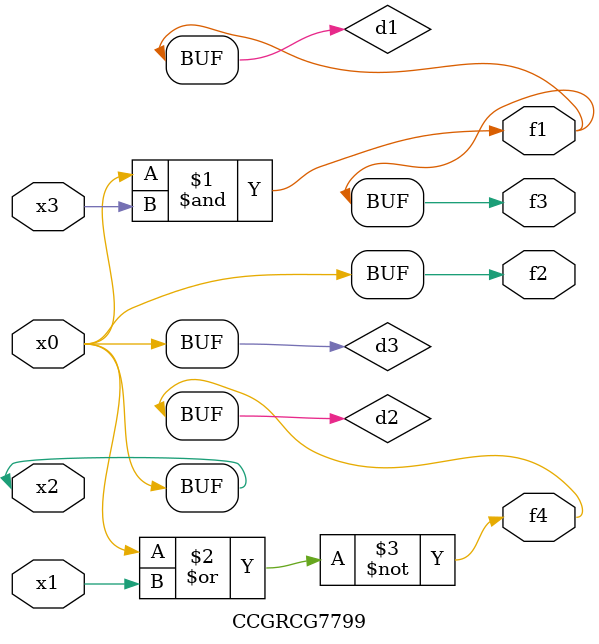
<source format=v>
module CCGRCG7799(
	input x0, x1, x2, x3,
	output f1, f2, f3, f4
);

	wire d1, d2, d3;

	and (d1, x2, x3);
	nor (d2, x0, x1);
	buf (d3, x0, x2);
	assign f1 = d1;
	assign f2 = d3;
	assign f3 = d1;
	assign f4 = d2;
endmodule

</source>
